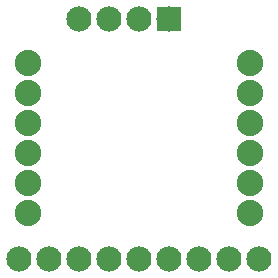
<source format=gbs>
G04 MADE WITH FRITZING*
G04 WWW.FRITZING.ORG*
G04 DOUBLE SIDED*
G04 HOLES PLATED*
G04 CONTOUR ON CENTER OF CONTOUR VECTOR*
%ASAXBY*%
%FSLAX23Y23*%
%MOIN*%
%OFA0B0*%
%SFA1.0B1.0*%
%ADD10C,0.084000*%
%ADD11C,0.088000*%
%ADD12R,0.084000X0.084000*%
%LNMASK0*%
G90*
G70*
G54D10*
X564Y862D03*
X464Y862D03*
X364Y862D03*
X264Y862D03*
X64Y62D03*
X164Y62D03*
X264Y62D03*
X364Y62D03*
X464Y62D03*
X564Y62D03*
X664Y62D03*
X764Y62D03*
X864Y62D03*
G54D11*
X834Y714D03*
X834Y614D03*
X834Y514D03*
X834Y414D03*
X834Y314D03*
X834Y214D03*
X94Y714D03*
X94Y614D03*
X94Y514D03*
X94Y414D03*
X94Y314D03*
X94Y214D03*
G54D12*
X564Y862D03*
G04 End of Mask0*
M02*
</source>
